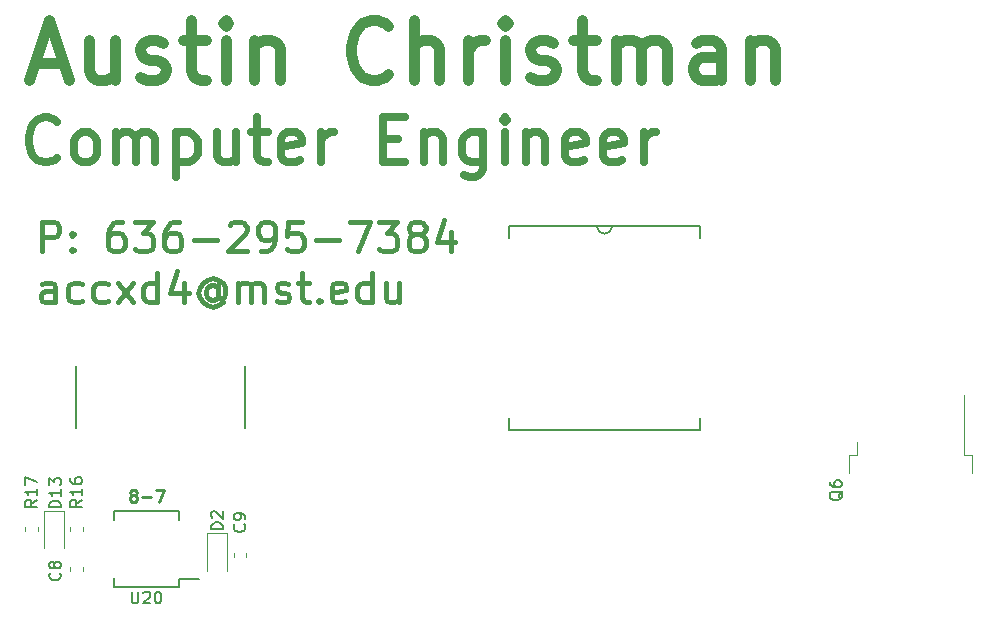
<source format=gbr>
G04 #@! TF.GenerationSoftware,KiCad,Pcbnew,(5.1.2)-1*
G04 #@! TF.CreationDate,2019-07-26T16:38:25-05:00*
G04 #@! TF.ProjectId,Austin_Christman_BIZ_Card,41757374-696e-45f4-9368-726973746d61,rev?*
G04 #@! TF.SameCoordinates,Original*
G04 #@! TF.FileFunction,Legend,Top*
G04 #@! TF.FilePolarity,Positive*
%FSLAX46Y46*%
G04 Gerber Fmt 4.6, Leading zero omitted, Abs format (unit mm)*
G04 Created by KiCad (PCBNEW (5.1.2)-1) date 2019-07-26 16:38:25*
%MOMM*%
%LPD*%
G04 APERTURE LIST*
%ADD10C,0.404000*%
%ADD11C,0.254000*%
%ADD12C,0.658000*%
%ADD13C,0.912000*%
%ADD14C,0.152400*%
%ADD15C,0.150000*%
%ADD16C,0.120000*%
G04 APERTURE END LIST*
D10*
X110711809Y-98423809D02*
X110711809Y-97101714D01*
X110591619Y-96861333D01*
X110351238Y-96741142D01*
X109870476Y-96741142D01*
X109630095Y-96861333D01*
X110711809Y-98303619D02*
X110471428Y-98423809D01*
X109870476Y-98423809D01*
X109630095Y-98303619D01*
X109509904Y-98063238D01*
X109509904Y-97822857D01*
X109630095Y-97582476D01*
X109870476Y-97462285D01*
X110471428Y-97462285D01*
X110711809Y-97342095D01*
X112995428Y-98303619D02*
X112755047Y-98423809D01*
X112274285Y-98423809D01*
X112033904Y-98303619D01*
X111913714Y-98183428D01*
X111793523Y-97943047D01*
X111793523Y-97221904D01*
X111913714Y-96981523D01*
X112033904Y-96861333D01*
X112274285Y-96741142D01*
X112755047Y-96741142D01*
X112995428Y-96861333D01*
X115158857Y-98303619D02*
X114918476Y-98423809D01*
X114437714Y-98423809D01*
X114197333Y-98303619D01*
X114077142Y-98183428D01*
X113956952Y-97943047D01*
X113956952Y-97221904D01*
X114077142Y-96981523D01*
X114197333Y-96861333D01*
X114437714Y-96741142D01*
X114918476Y-96741142D01*
X115158857Y-96861333D01*
X116000190Y-98423809D02*
X117322285Y-96741142D01*
X116000190Y-96741142D02*
X117322285Y-98423809D01*
X119365523Y-98423809D02*
X119365523Y-95899809D01*
X119365523Y-98303619D02*
X119125142Y-98423809D01*
X118644380Y-98423809D01*
X118404000Y-98303619D01*
X118283809Y-98183428D01*
X118163619Y-97943047D01*
X118163619Y-97221904D01*
X118283809Y-96981523D01*
X118404000Y-96861333D01*
X118644380Y-96741142D01*
X119125142Y-96741142D01*
X119365523Y-96861333D01*
X121649142Y-96741142D02*
X121649142Y-98423809D01*
X121048190Y-95779619D02*
X120447238Y-97582476D01*
X122009714Y-97582476D01*
X124533714Y-97221904D02*
X124413523Y-97101714D01*
X124173142Y-96981523D01*
X123932761Y-96981523D01*
X123692380Y-97101714D01*
X123572190Y-97221904D01*
X123452000Y-97462285D01*
X123452000Y-97702666D01*
X123572190Y-97943047D01*
X123692380Y-98063238D01*
X123932761Y-98183428D01*
X124173142Y-98183428D01*
X124413523Y-98063238D01*
X124533714Y-97943047D01*
X124533714Y-96981523D02*
X124533714Y-97943047D01*
X124653904Y-98063238D01*
X124774095Y-98063238D01*
X125014476Y-97943047D01*
X125134666Y-97702666D01*
X125134666Y-97101714D01*
X124894285Y-96741142D01*
X124533714Y-96500761D01*
X124052952Y-96380571D01*
X123572190Y-96500761D01*
X123211619Y-96741142D01*
X122971238Y-97101714D01*
X122851047Y-97582476D01*
X122971238Y-98063238D01*
X123211619Y-98423809D01*
X123572190Y-98664190D01*
X124052952Y-98784380D01*
X124533714Y-98664190D01*
X124894285Y-98423809D01*
X126216380Y-98423809D02*
X126216380Y-96741142D01*
X126216380Y-96981523D02*
X126336571Y-96861333D01*
X126576952Y-96741142D01*
X126937523Y-96741142D01*
X127177904Y-96861333D01*
X127298095Y-97101714D01*
X127298095Y-98423809D01*
X127298095Y-97101714D02*
X127418285Y-96861333D01*
X127658666Y-96741142D01*
X128019238Y-96741142D01*
X128259619Y-96861333D01*
X128379809Y-97101714D01*
X128379809Y-98423809D01*
X129461523Y-98303619D02*
X129701904Y-98423809D01*
X130182666Y-98423809D01*
X130423047Y-98303619D01*
X130543238Y-98063238D01*
X130543238Y-97943047D01*
X130423047Y-97702666D01*
X130182666Y-97582476D01*
X129822095Y-97582476D01*
X129581714Y-97462285D01*
X129461523Y-97221904D01*
X129461523Y-97101714D01*
X129581714Y-96861333D01*
X129822095Y-96741142D01*
X130182666Y-96741142D01*
X130423047Y-96861333D01*
X131264380Y-96741142D02*
X132225904Y-96741142D01*
X131624952Y-95899809D02*
X131624952Y-98063238D01*
X131745142Y-98303619D01*
X131985523Y-98423809D01*
X132225904Y-98423809D01*
X133067238Y-98183428D02*
X133187428Y-98303619D01*
X133067238Y-98423809D01*
X132947047Y-98303619D01*
X133067238Y-98183428D01*
X133067238Y-98423809D01*
X135230666Y-98303619D02*
X134990285Y-98423809D01*
X134509523Y-98423809D01*
X134269142Y-98303619D01*
X134148952Y-98063238D01*
X134148952Y-97101714D01*
X134269142Y-96861333D01*
X134509523Y-96741142D01*
X134990285Y-96741142D01*
X135230666Y-96861333D01*
X135350857Y-97101714D01*
X135350857Y-97342095D01*
X134148952Y-97582476D01*
X137514285Y-98423809D02*
X137514285Y-95899809D01*
X137514285Y-98303619D02*
X137273904Y-98423809D01*
X136793142Y-98423809D01*
X136552761Y-98303619D01*
X136432571Y-98183428D01*
X136312380Y-97943047D01*
X136312380Y-97221904D01*
X136432571Y-96981523D01*
X136552761Y-96861333D01*
X136793142Y-96741142D01*
X137273904Y-96741142D01*
X137514285Y-96861333D01*
X139797904Y-96741142D02*
X139797904Y-98423809D01*
X138716190Y-96741142D02*
X138716190Y-98063238D01*
X138836380Y-98303619D01*
X139076761Y-98423809D01*
X139437333Y-98423809D01*
X139677714Y-98303619D01*
X139797904Y-98183428D01*
X109632476Y-94105809D02*
X109632476Y-91581809D01*
X110594000Y-91581809D01*
X110834380Y-91702000D01*
X110954571Y-91822190D01*
X111074761Y-92062571D01*
X111074761Y-92423142D01*
X110954571Y-92663523D01*
X110834380Y-92783714D01*
X110594000Y-92903904D01*
X109632476Y-92903904D01*
X112156476Y-93865428D02*
X112276666Y-93985619D01*
X112156476Y-94105809D01*
X112036285Y-93985619D01*
X112156476Y-93865428D01*
X112156476Y-94105809D01*
X112156476Y-92543333D02*
X112276666Y-92663523D01*
X112156476Y-92783714D01*
X112036285Y-92663523D01*
X112156476Y-92543333D01*
X112156476Y-92783714D01*
X116363142Y-91581809D02*
X115882380Y-91581809D01*
X115642000Y-91702000D01*
X115521809Y-91822190D01*
X115281428Y-92182761D01*
X115161238Y-92663523D01*
X115161238Y-93625047D01*
X115281428Y-93865428D01*
X115401619Y-93985619D01*
X115642000Y-94105809D01*
X116122761Y-94105809D01*
X116363142Y-93985619D01*
X116483333Y-93865428D01*
X116603523Y-93625047D01*
X116603523Y-93024095D01*
X116483333Y-92783714D01*
X116363142Y-92663523D01*
X116122761Y-92543333D01*
X115642000Y-92543333D01*
X115401619Y-92663523D01*
X115281428Y-92783714D01*
X115161238Y-93024095D01*
X117444857Y-91581809D02*
X119007333Y-91581809D01*
X118166000Y-92543333D01*
X118526571Y-92543333D01*
X118766952Y-92663523D01*
X118887142Y-92783714D01*
X119007333Y-93024095D01*
X119007333Y-93625047D01*
X118887142Y-93865428D01*
X118766952Y-93985619D01*
X118526571Y-94105809D01*
X117805428Y-94105809D01*
X117565047Y-93985619D01*
X117444857Y-93865428D01*
X121170761Y-91581809D02*
X120690000Y-91581809D01*
X120449619Y-91702000D01*
X120329428Y-91822190D01*
X120089047Y-92182761D01*
X119968857Y-92663523D01*
X119968857Y-93625047D01*
X120089047Y-93865428D01*
X120209238Y-93985619D01*
X120449619Y-94105809D01*
X120930380Y-94105809D01*
X121170761Y-93985619D01*
X121290952Y-93865428D01*
X121411142Y-93625047D01*
X121411142Y-93024095D01*
X121290952Y-92783714D01*
X121170761Y-92663523D01*
X120930380Y-92543333D01*
X120449619Y-92543333D01*
X120209238Y-92663523D01*
X120089047Y-92783714D01*
X119968857Y-93024095D01*
X122492857Y-93144285D02*
X124415904Y-93144285D01*
X125497619Y-91822190D02*
X125617809Y-91702000D01*
X125858190Y-91581809D01*
X126459142Y-91581809D01*
X126699523Y-91702000D01*
X126819714Y-91822190D01*
X126939904Y-92062571D01*
X126939904Y-92302952D01*
X126819714Y-92663523D01*
X125377428Y-94105809D01*
X126939904Y-94105809D01*
X128141809Y-94105809D02*
X128622571Y-94105809D01*
X128862952Y-93985619D01*
X128983142Y-93865428D01*
X129223523Y-93504857D01*
X129343714Y-93024095D01*
X129343714Y-92062571D01*
X129223523Y-91822190D01*
X129103333Y-91702000D01*
X128862952Y-91581809D01*
X128382190Y-91581809D01*
X128141809Y-91702000D01*
X128021619Y-91822190D01*
X127901428Y-92062571D01*
X127901428Y-92663523D01*
X128021619Y-92903904D01*
X128141809Y-93024095D01*
X128382190Y-93144285D01*
X128862952Y-93144285D01*
X129103333Y-93024095D01*
X129223523Y-92903904D01*
X129343714Y-92663523D01*
X131627333Y-91581809D02*
X130425428Y-91581809D01*
X130305238Y-92783714D01*
X130425428Y-92663523D01*
X130665809Y-92543333D01*
X131266761Y-92543333D01*
X131507142Y-92663523D01*
X131627333Y-92783714D01*
X131747523Y-93024095D01*
X131747523Y-93625047D01*
X131627333Y-93865428D01*
X131507142Y-93985619D01*
X131266761Y-94105809D01*
X130665809Y-94105809D01*
X130425428Y-93985619D01*
X130305238Y-93865428D01*
X132829238Y-93144285D02*
X134752285Y-93144285D01*
X135713809Y-91581809D02*
X137396476Y-91581809D01*
X136314761Y-94105809D01*
X138117619Y-91581809D02*
X139680095Y-91581809D01*
X138838761Y-92543333D01*
X139199333Y-92543333D01*
X139439714Y-92663523D01*
X139559904Y-92783714D01*
X139680095Y-93024095D01*
X139680095Y-93625047D01*
X139559904Y-93865428D01*
X139439714Y-93985619D01*
X139199333Y-94105809D01*
X138478190Y-94105809D01*
X138237809Y-93985619D01*
X138117619Y-93865428D01*
X141122380Y-92663523D02*
X140882000Y-92543333D01*
X140761809Y-92423142D01*
X140641619Y-92182761D01*
X140641619Y-92062571D01*
X140761809Y-91822190D01*
X140882000Y-91702000D01*
X141122380Y-91581809D01*
X141603142Y-91581809D01*
X141843523Y-91702000D01*
X141963714Y-91822190D01*
X142083904Y-92062571D01*
X142083904Y-92182761D01*
X141963714Y-92423142D01*
X141843523Y-92543333D01*
X141603142Y-92663523D01*
X141122380Y-92663523D01*
X140882000Y-92783714D01*
X140761809Y-92903904D01*
X140641619Y-93144285D01*
X140641619Y-93625047D01*
X140761809Y-93865428D01*
X140882000Y-93985619D01*
X141122380Y-94105809D01*
X141603142Y-94105809D01*
X141843523Y-93985619D01*
X141963714Y-93865428D01*
X142083904Y-93625047D01*
X142083904Y-93144285D01*
X141963714Y-92903904D01*
X141843523Y-92783714D01*
X141603142Y-92663523D01*
X144247333Y-92423142D02*
X144247333Y-94105809D01*
X143646380Y-91461619D02*
X143045428Y-93264476D01*
X144607904Y-93264476D01*
D11*
X117256076Y-114737847D02*
X117159314Y-114689466D01*
X117110933Y-114641085D01*
X117062552Y-114544323D01*
X117062552Y-114495942D01*
X117110933Y-114399180D01*
X117159314Y-114350800D01*
X117256076Y-114302419D01*
X117449600Y-114302419D01*
X117546361Y-114350800D01*
X117594742Y-114399180D01*
X117643123Y-114495942D01*
X117643123Y-114544323D01*
X117594742Y-114641085D01*
X117546361Y-114689466D01*
X117449600Y-114737847D01*
X117256076Y-114737847D01*
X117159314Y-114786228D01*
X117110933Y-114834609D01*
X117062552Y-114931371D01*
X117062552Y-115124895D01*
X117110933Y-115221657D01*
X117159314Y-115270038D01*
X117256076Y-115318419D01*
X117449600Y-115318419D01*
X117546361Y-115270038D01*
X117594742Y-115221657D01*
X117643123Y-115124895D01*
X117643123Y-114931371D01*
X117594742Y-114834609D01*
X117546361Y-114786228D01*
X117449600Y-114737847D01*
X118078552Y-114931371D02*
X118852647Y-114931371D01*
X119239695Y-114302419D02*
X119917028Y-114302419D01*
X119481600Y-115318419D01*
D12*
X110845327Y-86191000D02*
X110664660Y-86371667D01*
X110122660Y-86552333D01*
X109761326Y-86552333D01*
X109219326Y-86371667D01*
X108857993Y-86010333D01*
X108677326Y-85649000D01*
X108496659Y-84926333D01*
X108496659Y-84384333D01*
X108677326Y-83661666D01*
X108857993Y-83300332D01*
X109219326Y-82938999D01*
X109761326Y-82758332D01*
X110122660Y-82758332D01*
X110664660Y-82938999D01*
X110845327Y-83119666D01*
X113013327Y-86552333D02*
X112651994Y-86371667D01*
X112471327Y-86191000D01*
X112290660Y-85829666D01*
X112290660Y-84745666D01*
X112471327Y-84384333D01*
X112651994Y-84203666D01*
X113013327Y-84022999D01*
X113555327Y-84022999D01*
X113916661Y-84203666D01*
X114097327Y-84384333D01*
X114277994Y-84745666D01*
X114277994Y-85829666D01*
X114097327Y-86191000D01*
X113916661Y-86371667D01*
X113555327Y-86552333D01*
X113013327Y-86552333D01*
X115903995Y-86552333D02*
X115903995Y-84022999D01*
X115903995Y-84384333D02*
X116084661Y-84203666D01*
X116445995Y-84022999D01*
X116987995Y-84022999D01*
X117349328Y-84203666D01*
X117529995Y-84564999D01*
X117529995Y-86552333D01*
X117529995Y-84564999D02*
X117710662Y-84203666D01*
X118071995Y-84022999D01*
X118613995Y-84022999D01*
X118975329Y-84203666D01*
X119155995Y-84564999D01*
X119155995Y-86552333D01*
X120962663Y-84022999D02*
X120962663Y-87817000D01*
X120962663Y-84203666D02*
X121323996Y-84022999D01*
X122046663Y-84022999D01*
X122407996Y-84203666D01*
X122588663Y-84384333D01*
X122769330Y-84745666D01*
X122769330Y-85829666D01*
X122588663Y-86191000D01*
X122407996Y-86371667D01*
X122046663Y-86552333D01*
X121323996Y-86552333D01*
X120962663Y-86371667D01*
X126021331Y-84022999D02*
X126021331Y-86552333D01*
X124395330Y-84022999D02*
X124395330Y-86010333D01*
X124575997Y-86371667D01*
X124937330Y-86552333D01*
X125479330Y-86552333D01*
X125840664Y-86371667D01*
X126021331Y-86191000D01*
X127285998Y-84022999D02*
X128731331Y-84022999D01*
X127827998Y-82758332D02*
X127827998Y-86010333D01*
X128008664Y-86371667D01*
X128369998Y-86552333D01*
X128731331Y-86552333D01*
X131441332Y-86371667D02*
X131079999Y-86552333D01*
X130357332Y-86552333D01*
X129995998Y-86371667D01*
X129815332Y-86010333D01*
X129815332Y-84564999D01*
X129995998Y-84203666D01*
X130357332Y-84022999D01*
X131079999Y-84022999D01*
X131441332Y-84203666D01*
X131621999Y-84564999D01*
X131621999Y-84926333D01*
X129815332Y-85287666D01*
X133247999Y-86552333D02*
X133247999Y-84022999D01*
X133247999Y-84745666D02*
X133428666Y-84384333D01*
X133609333Y-84203666D01*
X133970666Y-84022999D01*
X134331999Y-84022999D01*
X138487334Y-84564999D02*
X139752001Y-84564999D01*
X140294001Y-86552333D02*
X138487334Y-86552333D01*
X138487334Y-82758332D01*
X140294001Y-82758332D01*
X141920001Y-84022999D02*
X141920001Y-86552333D01*
X141920001Y-84384333D02*
X142100668Y-84203666D01*
X142462002Y-84022999D01*
X143004002Y-84022999D01*
X143365335Y-84203666D01*
X143546002Y-84564999D01*
X143546002Y-86552333D01*
X146978669Y-84022999D02*
X146978669Y-87094333D01*
X146798003Y-87455667D01*
X146617336Y-87636334D01*
X146256003Y-87817000D01*
X145714002Y-87817000D01*
X145352669Y-87636334D01*
X146978669Y-86371667D02*
X146617336Y-86552333D01*
X145894669Y-86552333D01*
X145533336Y-86371667D01*
X145352669Y-86191000D01*
X145172002Y-85829666D01*
X145172002Y-84745666D01*
X145352669Y-84384333D01*
X145533336Y-84203666D01*
X145894669Y-84022999D01*
X146617336Y-84022999D01*
X146978669Y-84203666D01*
X148785337Y-86552333D02*
X148785337Y-84022999D01*
X148785337Y-82758332D02*
X148604670Y-82938999D01*
X148785337Y-83119666D01*
X148966003Y-82938999D01*
X148785337Y-82758332D01*
X148785337Y-83119666D01*
X150592004Y-84022999D02*
X150592004Y-86552333D01*
X150592004Y-84384333D02*
X150772670Y-84203666D01*
X151134004Y-84022999D01*
X151676004Y-84022999D01*
X152037337Y-84203666D01*
X152218004Y-84564999D01*
X152218004Y-86552333D01*
X155470005Y-86371667D02*
X155108672Y-86552333D01*
X154386005Y-86552333D01*
X154024671Y-86371667D01*
X153844005Y-86010333D01*
X153844005Y-84564999D01*
X154024671Y-84203666D01*
X154386005Y-84022999D01*
X155108672Y-84022999D01*
X155470005Y-84203666D01*
X155650672Y-84564999D01*
X155650672Y-84926333D01*
X153844005Y-85287666D01*
X158722006Y-86371667D02*
X158360672Y-86552333D01*
X157638006Y-86552333D01*
X157276672Y-86371667D01*
X157096005Y-86010333D01*
X157096005Y-84564999D01*
X157276672Y-84203666D01*
X157638006Y-84022999D01*
X158360672Y-84022999D01*
X158722006Y-84203666D01*
X158902673Y-84564999D01*
X158902673Y-84926333D01*
X157096005Y-85287666D01*
X160528673Y-86552333D02*
X160528673Y-84022999D01*
X160528673Y-84745666D02*
X160709340Y-84384333D01*
X160890006Y-84203666D01*
X161251340Y-84022999D01*
X161612673Y-84022999D01*
D13*
X108992850Y-78123999D02*
X111404279Y-78123999D01*
X108510565Y-79570856D02*
X110198565Y-74506855D01*
X111886565Y-79570856D01*
X115744852Y-76194855D02*
X115744852Y-79570856D01*
X113574566Y-76194855D02*
X113574566Y-78847427D01*
X113815709Y-79329713D01*
X114297994Y-79570856D01*
X115021423Y-79570856D01*
X115503709Y-79329713D01*
X115744852Y-79088570D01*
X117915138Y-79329713D02*
X118397424Y-79570856D01*
X119361995Y-79570856D01*
X119844281Y-79329713D01*
X120085424Y-78847427D01*
X120085424Y-78606284D01*
X119844281Y-78123999D01*
X119361995Y-77882856D01*
X118638567Y-77882856D01*
X118156281Y-77641713D01*
X117915138Y-77159427D01*
X117915138Y-76918284D01*
X118156281Y-76435998D01*
X118638567Y-76194855D01*
X119361995Y-76194855D01*
X119844281Y-76435998D01*
X121532281Y-76194855D02*
X123461425Y-76194855D01*
X122255710Y-74506855D02*
X122255710Y-78847427D01*
X122496853Y-79329713D01*
X122979139Y-79570856D01*
X123461425Y-79570856D01*
X125149425Y-79570856D02*
X125149425Y-76194855D01*
X125149425Y-74506855D02*
X124908282Y-74747998D01*
X125149425Y-74989141D01*
X125390568Y-74747998D01*
X125149425Y-74506855D01*
X125149425Y-74989141D01*
X127560854Y-76194855D02*
X127560854Y-79570856D01*
X127560854Y-76677141D02*
X127801997Y-76435998D01*
X128284283Y-76194855D01*
X129007712Y-76194855D01*
X129489997Y-76435998D01*
X129731140Y-76918284D01*
X129731140Y-79570856D01*
X138894571Y-79088570D02*
X138653428Y-79329713D01*
X137929999Y-79570856D01*
X137447713Y-79570856D01*
X136724284Y-79329713D01*
X136241999Y-78847427D01*
X136000856Y-78365142D01*
X135759713Y-77400570D01*
X135759713Y-76677141D01*
X136000856Y-75712570D01*
X136241999Y-75230284D01*
X136724284Y-74747998D01*
X137447713Y-74506855D01*
X137929999Y-74506855D01*
X138653428Y-74747998D01*
X138894571Y-74989141D01*
X141064857Y-79570856D02*
X141064857Y-74506855D01*
X143235143Y-79570856D02*
X143235143Y-76918284D01*
X142994000Y-76435998D01*
X142511714Y-76194855D01*
X141788285Y-76194855D01*
X141306000Y-76435998D01*
X141064857Y-76677141D01*
X145646572Y-79570856D02*
X145646572Y-76194855D01*
X145646572Y-77159427D02*
X145887715Y-76677141D01*
X146128858Y-76435998D01*
X146611144Y-76194855D01*
X147093429Y-76194855D01*
X148781430Y-79570856D02*
X148781430Y-76194855D01*
X148781430Y-74506855D02*
X148540287Y-74747998D01*
X148781430Y-74989141D01*
X149022573Y-74747998D01*
X148781430Y-74506855D01*
X148781430Y-74989141D01*
X150951716Y-79329713D02*
X151434002Y-79570856D01*
X152398573Y-79570856D01*
X152880859Y-79329713D01*
X153122002Y-78847427D01*
X153122002Y-78606284D01*
X152880859Y-78123999D01*
X152398573Y-77882856D01*
X151675145Y-77882856D01*
X151192859Y-77641713D01*
X150951716Y-77159427D01*
X150951716Y-76918284D01*
X151192859Y-76435998D01*
X151675145Y-76194855D01*
X152398573Y-76194855D01*
X152880859Y-76435998D01*
X154568859Y-76194855D02*
X156498003Y-76194855D01*
X155292288Y-74506855D02*
X155292288Y-78847427D01*
X155533431Y-79329713D01*
X156015717Y-79570856D01*
X156498003Y-79570856D01*
X158186003Y-79570856D02*
X158186003Y-76194855D01*
X158186003Y-76677141D02*
X158427146Y-76435998D01*
X158909432Y-76194855D01*
X159632860Y-76194855D01*
X160115146Y-76435998D01*
X160356289Y-76918284D01*
X160356289Y-79570856D01*
X160356289Y-76918284D02*
X160597432Y-76435998D01*
X161079718Y-76194855D01*
X161803147Y-76194855D01*
X162285432Y-76435998D01*
X162526575Y-76918284D01*
X162526575Y-79570856D01*
X167108290Y-79570856D02*
X167108290Y-76918284D01*
X166867148Y-76435998D01*
X166384862Y-76194855D01*
X165420290Y-76194855D01*
X164938004Y-76435998D01*
X167108290Y-79329713D02*
X166626005Y-79570856D01*
X165420290Y-79570856D01*
X164938004Y-79329713D01*
X164696861Y-78847427D01*
X164696861Y-78365142D01*
X164938004Y-77882856D01*
X165420290Y-77641713D01*
X166626005Y-77641713D01*
X167108290Y-77400570D01*
X169519720Y-76194855D02*
X169519720Y-79570856D01*
X169519720Y-76677141D02*
X169760862Y-76435998D01*
X170243148Y-76194855D01*
X170966577Y-76194855D01*
X171448863Y-76435998D01*
X171690006Y-76918284D01*
X171690006Y-79570856D01*
D14*
X165277800Y-92934730D02*
X165277800Y-91935300D01*
X149174200Y-108233270D02*
X149174200Y-109232700D01*
X149174200Y-91935300D02*
X149174200Y-92934732D01*
X165277800Y-91935300D02*
X149174200Y-91935300D01*
X165277800Y-109232700D02*
X165277800Y-108233268D01*
X149174200Y-109232700D02*
X165277800Y-109232700D01*
D15*
X157226000Y-92608400D02*
G75*
G03X157886400Y-91948000I0J660400D01*
G01*
X156565600Y-91948000D02*
G75*
G03X157226000Y-92608400I660400J0D01*
G01*
D14*
X112458500Y-103783966D02*
X112458500Y-109068034D01*
X126809500Y-109068034D02*
X126809500Y-103783966D01*
D16*
X188334000Y-112850000D02*
X188334000Y-111350000D01*
X188334000Y-111350000D02*
X187644000Y-111350000D01*
X187644000Y-111350000D02*
X187644000Y-106225000D01*
X177934000Y-112850000D02*
X177934000Y-111350000D01*
X177934000Y-111350000D02*
X178624000Y-111350000D01*
X178624000Y-111350000D02*
X178624000Y-110250000D01*
X111467000Y-116063000D02*
X109767000Y-116063000D01*
X109767000Y-116063000D02*
X109767000Y-119213000D01*
X111467000Y-116063000D02*
X111467000Y-119213000D01*
X125246500Y-117968000D02*
X123546500Y-117968000D01*
X123546500Y-117968000D02*
X123546500Y-121118000D01*
X125246500Y-117968000D02*
X125246500Y-121118000D01*
X109222000Y-117430733D02*
X109222000Y-117773267D01*
X108202000Y-117430733D02*
X108202000Y-117773267D01*
X113032000Y-117430733D02*
X113032000Y-117773267D01*
X112012000Y-117430733D02*
X112012000Y-117773267D01*
X126875000Y-119603733D02*
X126875000Y-119946267D01*
X125855000Y-119603733D02*
X125855000Y-119946267D01*
D15*
X121177500Y-122521500D02*
X121177500Y-121866500D01*
X115677500Y-122521500D02*
X115677500Y-121771500D01*
X115677500Y-116111500D02*
X115677500Y-116861500D01*
X121177500Y-116111500D02*
X121177500Y-116861500D01*
X121177500Y-122521500D02*
X115677500Y-122521500D01*
X121177500Y-116111500D02*
X115677500Y-116111500D01*
X121177500Y-121866500D02*
X122927500Y-121866500D01*
D16*
X113032000Y-120796233D02*
X113032000Y-121138767D01*
X112012000Y-120796233D02*
X112012000Y-121138767D01*
D15*
X177395119Y-114395238D02*
X177347500Y-114490476D01*
X177252261Y-114585714D01*
X177109404Y-114728571D01*
X177061785Y-114823809D01*
X177061785Y-114919047D01*
X177299880Y-114871428D02*
X177252261Y-114966666D01*
X177157023Y-115061904D01*
X176966547Y-115109523D01*
X176633214Y-115109523D01*
X176442738Y-115061904D01*
X176347500Y-114966666D01*
X176299880Y-114871428D01*
X176299880Y-114680952D01*
X176347500Y-114585714D01*
X176442738Y-114490476D01*
X176633214Y-114442857D01*
X176966547Y-114442857D01*
X177157023Y-114490476D01*
X177252261Y-114585714D01*
X177299880Y-114680952D01*
X177299880Y-114871428D01*
X176299880Y-113585714D02*
X176299880Y-113776190D01*
X176347500Y-113871428D01*
X176395119Y-113919047D01*
X176537976Y-114014285D01*
X176728452Y-114061904D01*
X177109404Y-114061904D01*
X177204642Y-114014285D01*
X177252261Y-113966666D01*
X177299880Y-113871428D01*
X177299880Y-113680952D01*
X177252261Y-113585714D01*
X177204642Y-113538095D01*
X177109404Y-113490476D01*
X176871309Y-113490476D01*
X176776071Y-113538095D01*
X176728452Y-113585714D01*
X176680833Y-113680952D01*
X176680833Y-113871428D01*
X176728452Y-113966666D01*
X176776071Y-114014285D01*
X176871309Y-114061904D01*
X111196380Y-115768285D02*
X110196380Y-115768285D01*
X110196380Y-115530190D01*
X110244000Y-115387333D01*
X110339238Y-115292095D01*
X110434476Y-115244476D01*
X110624952Y-115196857D01*
X110767809Y-115196857D01*
X110958285Y-115244476D01*
X111053523Y-115292095D01*
X111148761Y-115387333D01*
X111196380Y-115530190D01*
X111196380Y-115768285D01*
X111196380Y-114244476D02*
X111196380Y-114815904D01*
X111196380Y-114530190D02*
X110196380Y-114530190D01*
X110339238Y-114625428D01*
X110434476Y-114720666D01*
X110482095Y-114815904D01*
X110196380Y-113911142D02*
X110196380Y-113292095D01*
X110577333Y-113625428D01*
X110577333Y-113482571D01*
X110624952Y-113387333D01*
X110672571Y-113339714D01*
X110767809Y-113292095D01*
X111005904Y-113292095D01*
X111101142Y-113339714D01*
X111148761Y-113387333D01*
X111196380Y-113482571D01*
X111196380Y-113768285D01*
X111148761Y-113863523D01*
X111101142Y-113911142D01*
X124912380Y-117621595D02*
X123912380Y-117621595D01*
X123912380Y-117383500D01*
X123960000Y-117240642D01*
X124055238Y-117145404D01*
X124150476Y-117097785D01*
X124340952Y-117050166D01*
X124483809Y-117050166D01*
X124674285Y-117097785D01*
X124769523Y-117145404D01*
X124864761Y-117240642D01*
X124912380Y-117383500D01*
X124912380Y-117621595D01*
X124007619Y-116669214D02*
X123960000Y-116621595D01*
X123912380Y-116526357D01*
X123912380Y-116288261D01*
X123960000Y-116193023D01*
X124007619Y-116145404D01*
X124102857Y-116097785D01*
X124198095Y-116097785D01*
X124340952Y-116145404D01*
X124912380Y-116716833D01*
X124912380Y-116097785D01*
X109164380Y-115133357D02*
X108688190Y-115466690D01*
X109164380Y-115704785D02*
X108164380Y-115704785D01*
X108164380Y-115323833D01*
X108212000Y-115228595D01*
X108259619Y-115180976D01*
X108354857Y-115133357D01*
X108497714Y-115133357D01*
X108592952Y-115180976D01*
X108640571Y-115228595D01*
X108688190Y-115323833D01*
X108688190Y-115704785D01*
X109164380Y-114180976D02*
X109164380Y-114752404D01*
X109164380Y-114466690D02*
X108164380Y-114466690D01*
X108307238Y-114561928D01*
X108402476Y-114657166D01*
X108450095Y-114752404D01*
X108164380Y-113847642D02*
X108164380Y-113180976D01*
X109164380Y-113609547D01*
X112974380Y-115133357D02*
X112498190Y-115466690D01*
X112974380Y-115704785D02*
X111974380Y-115704785D01*
X111974380Y-115323833D01*
X112022000Y-115228595D01*
X112069619Y-115180976D01*
X112164857Y-115133357D01*
X112307714Y-115133357D01*
X112402952Y-115180976D01*
X112450571Y-115228595D01*
X112498190Y-115323833D01*
X112498190Y-115704785D01*
X112974380Y-114180976D02*
X112974380Y-114752404D01*
X112974380Y-114466690D02*
X111974380Y-114466690D01*
X112117238Y-114561928D01*
X112212476Y-114657166D01*
X112260095Y-114752404D01*
X111974380Y-113323833D02*
X111974380Y-113514309D01*
X112022000Y-113609547D01*
X112069619Y-113657166D01*
X112212476Y-113752404D01*
X112402952Y-113800023D01*
X112783904Y-113800023D01*
X112879142Y-113752404D01*
X112926761Y-113704785D01*
X112974380Y-113609547D01*
X112974380Y-113419071D01*
X112926761Y-113323833D01*
X112879142Y-113276214D01*
X112783904Y-113228595D01*
X112545809Y-113228595D01*
X112450571Y-113276214D01*
X112402952Y-113323833D01*
X112355333Y-113419071D01*
X112355333Y-113609547D01*
X112402952Y-113704785D01*
X112450571Y-113752404D01*
X112545809Y-113800023D01*
X126722142Y-117211166D02*
X126769761Y-117258785D01*
X126817380Y-117401642D01*
X126817380Y-117496880D01*
X126769761Y-117639738D01*
X126674523Y-117734976D01*
X126579285Y-117782595D01*
X126388809Y-117830214D01*
X126245952Y-117830214D01*
X126055476Y-117782595D01*
X125960238Y-117734976D01*
X125865000Y-117639738D01*
X125817380Y-117496880D01*
X125817380Y-117401642D01*
X125865000Y-117258785D01*
X125912619Y-117211166D01*
X126817380Y-116734976D02*
X126817380Y-116544500D01*
X126769761Y-116449261D01*
X126722142Y-116401642D01*
X126579285Y-116306404D01*
X126388809Y-116258785D01*
X126007857Y-116258785D01*
X125912619Y-116306404D01*
X125865000Y-116354023D01*
X125817380Y-116449261D01*
X125817380Y-116639738D01*
X125865000Y-116734976D01*
X125912619Y-116782595D01*
X126007857Y-116830214D01*
X126245952Y-116830214D01*
X126341190Y-116782595D01*
X126388809Y-116734976D01*
X126436428Y-116639738D01*
X126436428Y-116449261D01*
X126388809Y-116354023D01*
X126341190Y-116306404D01*
X126245952Y-116258785D01*
X117189404Y-122898880D02*
X117189404Y-123708404D01*
X117237023Y-123803642D01*
X117284642Y-123851261D01*
X117379880Y-123898880D01*
X117570357Y-123898880D01*
X117665595Y-123851261D01*
X117713214Y-123803642D01*
X117760833Y-123708404D01*
X117760833Y-122898880D01*
X118189404Y-122994119D02*
X118237023Y-122946500D01*
X118332261Y-122898880D01*
X118570357Y-122898880D01*
X118665595Y-122946500D01*
X118713214Y-122994119D01*
X118760833Y-123089357D01*
X118760833Y-123184595D01*
X118713214Y-123327452D01*
X118141785Y-123898880D01*
X118760833Y-123898880D01*
X119379880Y-122898880D02*
X119475119Y-122898880D01*
X119570357Y-122946500D01*
X119617976Y-122994119D01*
X119665595Y-123089357D01*
X119713214Y-123279833D01*
X119713214Y-123517928D01*
X119665595Y-123708404D01*
X119617976Y-123803642D01*
X119570357Y-123851261D01*
X119475119Y-123898880D01*
X119379880Y-123898880D01*
X119284642Y-123851261D01*
X119237023Y-123803642D01*
X119189404Y-123708404D01*
X119141785Y-123517928D01*
X119141785Y-123279833D01*
X119189404Y-123089357D01*
X119237023Y-122994119D01*
X119284642Y-122946500D01*
X119379880Y-122898880D01*
X111101142Y-121324666D02*
X111148761Y-121372285D01*
X111196380Y-121515142D01*
X111196380Y-121610380D01*
X111148761Y-121753238D01*
X111053523Y-121848476D01*
X110958285Y-121896095D01*
X110767809Y-121943714D01*
X110624952Y-121943714D01*
X110434476Y-121896095D01*
X110339238Y-121848476D01*
X110244000Y-121753238D01*
X110196380Y-121610380D01*
X110196380Y-121515142D01*
X110244000Y-121372285D01*
X110291619Y-121324666D01*
X110624952Y-120753238D02*
X110577333Y-120848476D01*
X110529714Y-120896095D01*
X110434476Y-120943714D01*
X110386857Y-120943714D01*
X110291619Y-120896095D01*
X110244000Y-120848476D01*
X110196380Y-120753238D01*
X110196380Y-120562761D01*
X110244000Y-120467523D01*
X110291619Y-120419904D01*
X110386857Y-120372285D01*
X110434476Y-120372285D01*
X110529714Y-120419904D01*
X110577333Y-120467523D01*
X110624952Y-120562761D01*
X110624952Y-120753238D01*
X110672571Y-120848476D01*
X110720190Y-120896095D01*
X110815428Y-120943714D01*
X111005904Y-120943714D01*
X111101142Y-120896095D01*
X111148761Y-120848476D01*
X111196380Y-120753238D01*
X111196380Y-120562761D01*
X111148761Y-120467523D01*
X111101142Y-120419904D01*
X111005904Y-120372285D01*
X110815428Y-120372285D01*
X110720190Y-120419904D01*
X110672571Y-120467523D01*
X110624952Y-120562761D01*
M02*

</source>
